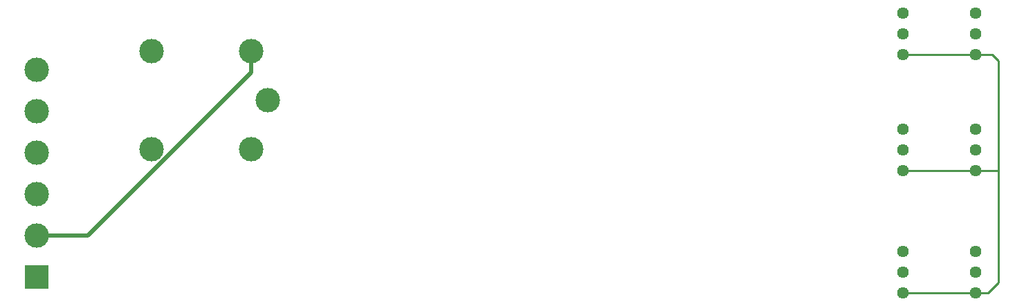
<source format=gbr>
%TF.GenerationSoftware,KiCad,Pcbnew,7.0.10*%
%TF.CreationDate,2024-04-03T19:17:27+05:30*%
%TF.ProjectId,BSPD,42535044-2e6b-4696-9361-645f70636258,rev?*%
%TF.SameCoordinates,Original*%
%TF.FileFunction,Copper,L2,Bot*%
%TF.FilePolarity,Positive*%
%FSLAX46Y46*%
G04 Gerber Fmt 4.6, Leading zero omitted, Abs format (unit mm)*
G04 Created by KiCad (PCBNEW 7.0.10) date 2024-04-03 19:17:27*
%MOMM*%
%LPD*%
G01*
G04 APERTURE LIST*
%TA.AperFunction,ComponentPad*%
%ADD10C,1.440000*%
%TD*%
%TA.AperFunction,ComponentPad*%
%ADD11C,3.000000*%
%TD*%
%TA.AperFunction,ComponentPad*%
%ADD12R,3.000000X3.000000*%
%TD*%
%TA.AperFunction,Conductor*%
%ADD13C,0.250000*%
%TD*%
%TA.AperFunction,Conductor*%
%ADD14C,0.500000*%
%TD*%
G04 APERTURE END LIST*
D10*
%TO.P,RV6,1,1*%
%TO.N,VCC*%
X125730000Y-43190000D03*
%TO.P,RV6,2,2*%
%TO.N,Net-(U2A-+)*%
X125730000Y-40650000D03*
%TO.P,RV6,3,3*%
%TO.N,GND*%
X125730000Y-38110000D03*
%TD*%
%TO.P,RV5,1,1*%
%TO.N,VCC*%
X134620000Y-43180000D03*
%TO.P,RV5,2,2*%
%TO.N,Net-(U2B-+)*%
X134620000Y-40640000D03*
%TO.P,RV5,3,3*%
%TO.N,GND*%
X134620000Y-38100000D03*
%TD*%
D11*
%TO.P,K3,11*%
%TO.N,Shutdown A*%
X47928000Y-48768000D03*
%TO.P,K3,12*%
%TO.N,unconnected-(K3-Pad12)*%
X33728000Y-54768000D03*
%TO.P,K3,14*%
%TO.N,Shutdown B*%
X33728000Y-42768000D03*
%TO.P,K3,A1*%
%TO.N,12V*%
X45928000Y-42768000D03*
%TO.P,K3,A2*%
%TO.N,Net-(D1-A)*%
X45928000Y-54768000D03*
%TD*%
D10*
%TO.P,brake_upper_trig1,3,3*%
%TO.N,GND*%
X125730000Y-67320000D03*
%TO.P,brake_upper_trig1,2,2*%
%TO.N,Net-(U1B--)*%
X125730000Y-69860000D03*
%TO.P,brake_upper_trig1,1,1*%
%TO.N,VCC*%
X125730000Y-72400000D03*
%TD*%
%TO.P,brake_lower_trigger1,1,1*%
%TO.N,VCC*%
X134620000Y-72390000D03*
%TO.P,brake_lower_trigger1,2,2*%
%TO.N,Net-(U3A-+)*%
X134620000Y-69850000D03*
%TO.P,brake_lower_trigger1,3,3*%
%TO.N,GND*%
X134620000Y-67310000D03*
%TD*%
%TO.P,acc_upper_trig1,1,1*%
%TO.N,VCC*%
X125730000Y-57414000D03*
%TO.P,acc_upper_trig1,2,2*%
%TO.N,Net-(U1A--)*%
X125730000Y-54874000D03*
%TO.P,acc_upper_trig1,3,3*%
%TO.N,GND*%
X125730000Y-52334000D03*
%TD*%
%TO.P,acc_lower_trig1,1,1*%
%TO.N,VCC*%
X134620000Y-57414000D03*
%TO.P,acc_lower_trig1,2,2*%
%TO.N,Net-(U3B-+)*%
X134620000Y-54874000D03*
%TO.P,acc_lower_trig1,3,3*%
%TO.N,GND*%
X134620000Y-52334000D03*
%TD*%
D12*
%TO.P,J1,1,Pin_1*%
%TO.N,GND*%
X19685000Y-70485000D03*
D11*
%TO.P,J1,2,Pin_2*%
%TO.N,12V*%
X19685000Y-65405000D03*
%TO.P,J1,3,Pin_3*%
%TO.N,a_in*%
X19685000Y-60325000D03*
%TO.P,J1,4,Pin_4*%
%TO.N,b_in*%
X19685000Y-55245000D03*
%TO.P,J1,5,Pin_5*%
%TO.N,Shutdown A*%
X19685000Y-50165000D03*
%TO.P,J1,6,Pin_6*%
%TO.N,Shutdown B*%
X19685000Y-45085000D03*
%TD*%
D13*
%TO.N,VCC*%
X125740000Y-72390000D02*
X125730000Y-72400000D01*
%TO.N,GND*%
X134610000Y-38110000D02*
X134620000Y-38100000D01*
%TO.N,VCC*%
X137404000Y-57414000D02*
X137414000Y-57404000D01*
X137414000Y-57404000D02*
X137414000Y-71120000D01*
X137414000Y-43942000D02*
X137414000Y-57404000D01*
X134620000Y-57414000D02*
X137404000Y-57414000D01*
X134620000Y-43180000D02*
X136652000Y-43180000D01*
X136144000Y-72390000D02*
X134620000Y-72390000D01*
X136652000Y-43180000D02*
X137414000Y-43942000D01*
X137414000Y-71120000D02*
X136144000Y-72390000D01*
X134620000Y-43180000D02*
X130048000Y-43180000D01*
X130048000Y-43180000D02*
X125740000Y-43180000D01*
X134620000Y-72390000D02*
X130048000Y-72390000D01*
X130048000Y-72390000D02*
X125740000Y-72390000D01*
X134620000Y-57414000D02*
X130048000Y-57414000D01*
X130048000Y-57414000D02*
X125730000Y-57414000D01*
X125740000Y-43180000D02*
X125730000Y-43190000D01*
D14*
%TO.N,12V*%
X45928000Y-45396428D02*
X25919428Y-65405000D01*
X25919428Y-65405000D02*
X19685000Y-65405000D01*
X45928000Y-42768000D02*
X45928000Y-45396428D01*
%TD*%
M02*

</source>
